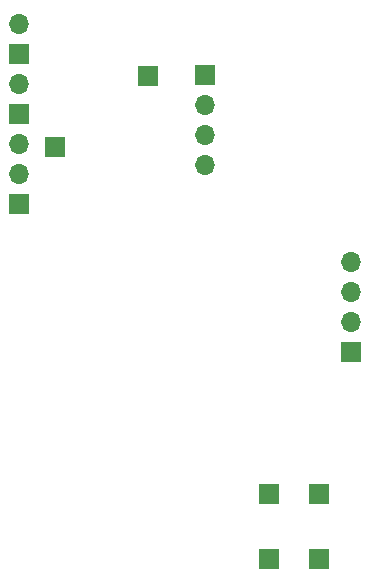
<source format=gbs>
%TF.GenerationSoftware,KiCad,Pcbnew,(7.0.0-122-g9f10c142c4)*%
%TF.CreationDate,2023-03-06T13:40:13+09:00*%
%TF.ProjectId,stepper,73746570-7065-4722-9e6b-696361645f70,rev?*%
%TF.SameCoordinates,Original*%
%TF.FileFunction,Soldermask,Bot*%
%TF.FilePolarity,Negative*%
%FSLAX46Y46*%
G04 Gerber Fmt 4.6, Leading zero omitted, Abs format (unit mm)*
G04 Created by KiCad (PCBNEW (7.0.0-122-g9f10c142c4)) date 2023-03-06 13:40:13*
%MOMM*%
%LPD*%
G01*
G04 APERTURE LIST*
%ADD10R,1.700000X1.700000*%
%ADD11O,1.700000X1.700000*%
G04 APERTURE END LIST*
D10*
%TO.C,J10*%
X146979995Y-103850006D03*
%TD*%
%TO.C,J3*%
X132510687Y-62964868D03*
%TD*%
%TO.C,J1*%
X149649999Y-86329999D03*
D11*
X149649999Y-83789999D03*
X149649999Y-81249999D03*
X149649999Y-78709999D03*
%TD*%
D10*
%TO.C,J11*%
X121559999Y-73779999D03*
D11*
X121559999Y-71239999D03*
X121559999Y-68699999D03*
%TD*%
D10*
%TO.C,J9*%
X142779995Y-103850006D03*
%TD*%
%TO.C,J6*%
X146979995Y-98350006D03*
%TD*%
%TO.C,J4*%
X137329999Y-62849999D03*
D11*
X137329999Y-65389999D03*
X137329999Y-67929999D03*
X137329999Y-70469999D03*
%TD*%
%TO.C,J12*%
X121559999Y-58539999D03*
D10*
X121559999Y-61079999D03*
%TD*%
D11*
%TO.C,J13*%
X121559999Y-63619999D03*
D10*
X121559999Y-66159999D03*
%TD*%
%TO.C,J7*%
X124610687Y-68964868D03*
%TD*%
%TO.C,J5*%
X142779995Y-98350006D03*
%TD*%
M02*

</source>
